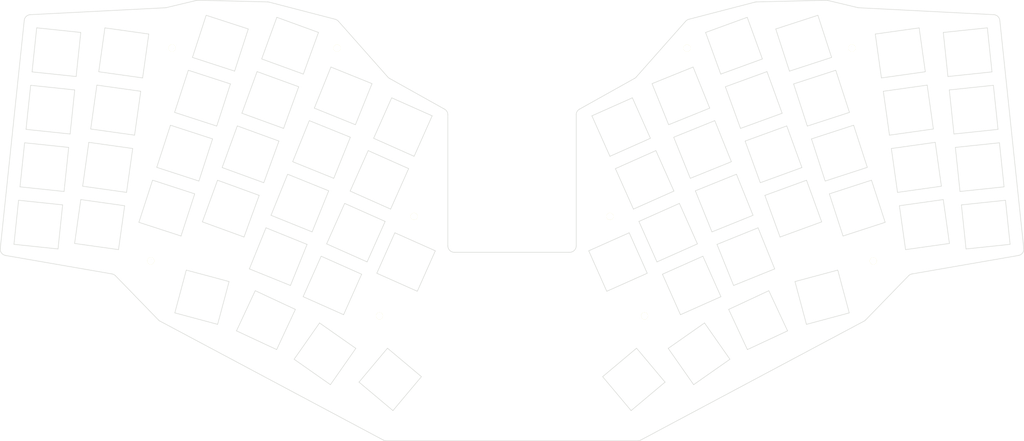
<source format=kicad_pcb>

            
(kicad_pcb (version 20171130) (host pcbnew 5.1.6)

  (page A3)
  (title_block
    (title SpUnLy58_Plate)
    (rev v1.0.0)
    (company Unknown)
  )

  (general
    (thickness 1.6)
  )

  (layers
    (0 F.Cu signal)
    (31 B.Cu signal)
    (32 B.Adhes user)
    (33 F.Adhes user)
    (34 B.Paste user)
    (35 F.Paste user)
    (36 B.SilkS user)
    (37 F.SilkS user)
    (38 B.Mask user)
    (39 F.Mask user)
    (40 Dwgs.User user)
    (41 Cmts.User user)
    (42 Eco1.User user)
    (43 Eco2.User user)
    (44 Edge.Cuts user)
    (45 Margin user)
    (46 B.CrtYd user)
    (47 F.CrtYd user)
    (48 B.Fab user)
    (49 F.Fab user)
  )

  (setup
    (last_trace_width 0.25)
    (trace_clearance 0.2)
    (zone_clearance 0.508)
    (zone_45_only no)
    (trace_min 0.2)
    (via_size 0.8)
    (via_drill 0.4)
    (via_min_size 0.4)
    (via_min_drill 0.3)
    (uvia_size 0.3)
    (uvia_drill 0.1)
    (uvias_allowed no)
    (uvia_min_size 0.2)
    (uvia_min_drill 0.1)
    (edge_width 0.05)
    (segment_width 0.2)
    (pcb_text_width 0.3)
    (pcb_text_size 1.5 1.5)
    (mod_edge_width 0.12)
    (mod_text_size 1 1)
    (mod_text_width 0.15)
    (pad_size 1.524 1.524)
    (pad_drill 0.762)
    (pad_to_mask_clearance 0.05)
    (aux_axis_origin 0 0)
    (visible_elements FFFFFF7F)
    (pcbplotparams
      (layerselection 0x010fc_ffffffff)
      (usegerberextensions false)
      (usegerberattributes true)
      (usegerberadvancedattributes true)
      (creategerberjobfile true)
      (excludeedgelayer true)
      (linewidth 0.100000)
      (plotframeref false)
      (viasonmask false)
      (mode 1)
      (useauxorigin false)
      (hpglpennumber 1)
      (hpglpenspeed 20)
      (hpglpendiameter 15.000000)
      (psnegative false)
      (psa4output false)
      (plotreference true)
      (plotvalue true)
      (plotinvisibletext false)
      (padsonsilk false)
      (subtractmaskfromsilk false)
      (outputformat 1)
      (mirror false)
      (drillshape 1)
      (scaleselection 1)
      (outputdirectory ""))
  )

            (net 0 "")
            
  (net_class Default "This is the default net class."
    (clearance 0.2)
    (trace_width 0.25)
    (via_dia 0.8)
    (via_drill 0.4)
    (uvia_dia 0.3)
    (uvia_drill 0.1)
    (add_net "")
  )

            
      (module HOLE_M2 (layer F.Cu) (tedit 5AB4F321) 
      (at 103.1885627 77.1667636 -13)   
      

      (fp_text reference "_1" (at 0 0) (layer Eco2.User) hide (effects (font (size 0.29972 0.29972) (thickness 0.07493))))
      (fp_text value VAL** (at 0 1.75) (layer Eco2.User) hide (effects (font (size 0.29972 0.29972) (thickness 0.07493))))
      (pad "" np_thru_hole circle (at 0 0) (size 2.2 2.2) (drill 2.2) (layers *.Cu *.Mask F.SilkS) (clearance 0.8)))
    

      (module HOLE_M2 (layer F.Cu) (tedit 5AB4F321) 
      (at 314.94312190000005 77.1667636 13)   
      

      (fp_text reference "_2" (at 0 0) (layer Eco2.User) hide (effects (font (size 0.29972 0.29972) (thickness 0.07493))))
      (fp_text value VAL** (at 0 1.75) (layer Eco2.User) hide (effects (font (size 0.29972 0.29972) (thickness 0.07493))))
      (pad "" np_thru_hole circle (at 0 0) (size 2.2 2.2) (drill 2.2) (layers *.Cu *.Mask F.SilkS) (clearance 0.8)))
    

      (module HOLE_M2 (layer F.Cu) (tedit 5AB4F321) 
      (at 154.56584230000004 77.1847683 0)   
      

      (fp_text reference "_3" (at 0 0) (layer Eco2.User) hide (effects (font (size 0.29972 0.29972) (thickness 0.07493))))
      (fp_text value VAL** (at 0 1.75) (layer Eco2.User) hide (effects (font (size 0.29972 0.29972) (thickness 0.07493))))
      (pad "" np_thru_hole circle (at 0 0) (size 2.2 2.2) (drill 2.2) (layers *.Cu *.Mask F.SilkS) (clearance 0.8)))
    

      (module HOLE_M2 (layer F.Cu) (tedit 5AB4F321) 
      (at 263.56584230000004 77.1847683 0)   
      

      (fp_text reference "_4" (at 0 0) (layer Eco2.User) hide (effects (font (size 0.29972 0.29972) (thickness 0.07493))))
      (fp_text value VAL** (at 0 1.75) (layer Eco2.User) hide (effects (font (size 0.29972 0.29972) (thickness 0.07493))))
      (pad "" np_thru_hole circle (at 0 0) (size 2.2 2.2) (drill 2.2) (layers *.Cu *.Mask F.SilkS) (clearance 0.8)))
    

      (module HOLE_M2 (layer F.Cu) (tedit 5AB4F321) 
      (at 96.56007245 143.4615724 -11.5)   
      

      (fp_text reference "_5" (at 0 0) (layer Eco2.User) hide (effects (font (size 0.29972 0.29972) (thickness 0.07493))))
      (fp_text value VAL** (at 0 1.75) (layer Eco2.User) hide (effects (font (size 0.29972 0.29972) (thickness 0.07493))))
      (pad "" np_thru_hole circle (at 0 0) (size 2.2 2.2) (drill 2.2) (layers *.Cu *.Mask F.SilkS) (clearance 0.8)))
    

      (module HOLE_M2 (layer F.Cu) (tedit 5AB4F321) 
      (at 321.57161215 143.4615724 11.5)   
      

      (fp_text reference "_6" (at 0 0) (layer Eco2.User) hide (effects (font (size 0.29972 0.29972) (thickness 0.07493))))
      (fp_text value VAL** (at 0 1.75) (layer Eco2.User) hide (effects (font (size 0.29972 0.29972) (thickness 0.07493))))
      (pad "" np_thru_hole circle (at 0 0) (size 2.2 2.2) (drill 2.2) (layers *.Cu *.Mask F.SilkS) (clearance 0.8)))
    

      (module HOLE_M2 (layer F.Cu) (tedit 5AB4F321) 
      (at 167.7893567 160.56691995 -29.5)   
      

      (fp_text reference "_7" (at 0 0) (layer Eco2.User) hide (effects (font (size 0.29972 0.29972) (thickness 0.07493))))
      (fp_text value VAL** (at 0 1.75) (layer Eco2.User) hide (effects (font (size 0.29972 0.29972) (thickness 0.07493))))
      (pad "" np_thru_hole circle (at 0 0) (size 2.2 2.2) (drill 2.2) (layers *.Cu *.Mask F.SilkS) (clearance 0.8)))
    

      (module HOLE_M2 (layer F.Cu) (tedit 5AB4F321) 
      (at 250.34232790000002 160.56691995 29.5)   
      

      (fp_text reference "_8" (at 0 0) (layer Eco2.User) hide (effects (font (size 0.29972 0.29972) (thickness 0.07493))))
      (fp_text value VAL** (at 0 1.75) (layer Eco2.User) hide (effects (font (size 0.29972 0.29972) (thickness 0.07493))))
      (pad "" np_thru_hole circle (at 0 0) (size 2.2 2.2) (drill 2.2) (layers *.Cu *.Mask F.SilkS) (clearance 0.8)))
    

      (module HOLE_M2 (layer F.Cu) (tedit 5AB4F321) 
      (at 178.56274620000002 129.5969968 -24)   
      

      (fp_text reference "_9" (at 0 0) (layer Eco2.User) hide (effects (font (size 0.29972 0.29972) (thickness 0.07493))))
      (fp_text value VAL** (at 0 1.75) (layer Eco2.User) hide (effects (font (size 0.29972 0.29972) (thickness 0.07493))))
      (pad "" np_thru_hole circle (at 0 0) (size 2.2 2.2) (drill 2.2) (layers *.Cu *.Mask F.SilkS) (clearance 0.8)))
    

      (module HOLE_M2 (layer F.Cu) (tedit 5AB4F321) 
      (at 239.5689384 129.5969968 24)   
      

      (fp_text reference "_10" (at 0 0) (layer Eco2.User) hide (effects (font (size 0.29972 0.29972) (thickness 0.07493))))
      (fp_text value VAL** (at 0 1.75) (layer Eco2.User) hide (effects (font (size 0.29972 0.29972) (thickness 0.07493))))
      (pad "" np_thru_hole circle (at 0 0) (size 2.2 2.2) (drill 2.2) (layers *.Cu *.Mask F.SilkS) (clearance 0.8)))
    
            (gr_line (start 49.681292649351875 139.58749786879048) (end 57.14665582114244 68.55931232176351) (angle 90) (layer Edge.Cuts) (width 0.15))
(gr_line (start 59.03347921100808 66.77098332577512) (end 101.0444617078952 64.620984718302) (angle 90) (layer Edge.Cuts) (width 0.15))
(gr_line (start 101.40738870815643 64.56875632340632) (end 110.76362259410331 62.33139112373312) (angle 90) (layer Edge.Cuts) (width 0.15))
(gr_line (start 111.2769949917509 62.277130221264414) (end 132.9639255511618 62.80020900097959) (angle 90) (layer Edge.Cuts) (width 0.15))
(gr_line (start 133.41806152920145 62.86374699713913) (end 153.99560037912428 68.20361800735463) (angle 90) (layer Edge.Cuts) (width 0.15))
(gr_line (start 154.9905947538047 68.81363015761197) (end 170.38296526227657 86.19684078268078) (angle 90) (layer Edge.Cuts) (width 0.15))
(gr_line (start 170.9045552126442 86.61679082662901) (end 188.05378180000002 96.20176374564534) (angle 90) (layer Edge.Cuts) (width 0.15))
(gr_line (start 189.0780164 97.94758214564534) (end 189.0780164 138.7742246) (angle 90) (layer Edge.Cuts) (width 0.15))
(gr_line (start 191.0780164 140.7742246) (end 227.05366820000003 140.7742246) (angle 90) (layer Edge.Cuts) (width 0.15))
(gr_line (start 229.05366820000003 138.7742246) (end 229.05366820000003 97.9475821456453) (angle 90) (layer Edge.Cuts) (width 0.15))
(gr_line (start 230.07790280000003 96.20176374564534) (end 247.2271293873558 86.61679082662903) (angle 90) (layer Edge.Cuts) (width 0.15))
(gr_line (start 247.7487193377234 86.19684078268091) (end 263.14108984619537 68.81363015761195) (angle 90) (layer Edge.Cuts) (width 0.15))
(gr_line (start 264.1360842208758 68.2036180073546) (end 284.7136230707985 62.86374699713913) (angle 90) (layer Edge.Cuts) (width 0.15))
(gr_line (start 285.16775904883815 62.80020900097959) (end 306.8546896082491 62.27713022126442) (angle 90) (layer Edge.Cuts) (width 0.15))
(gr_line (start 307.36806200589666 62.3313911237331) (end 316.72429589184355 64.56875632340632) (angle 90) (layer Edge.Cuts) (width 0.15))
(gr_line (start 317.0872228921049 64.620984718302) (end 359.09820538899186 66.77098332577512) (angle 90) (layer Edge.Cuts) (width 0.15))
(gr_line (start 360.98502877885755 68.55931232176363) (end 368.4503919506481 139.5874978687907) (angle 90) (layer Edge.Cuts) (width 0.15))
(gr_line (start 366.8031131610436 141.7671376676979) (end 333.65363261821113 147.51636654458372) (angle 90) (layer Edge.Cuts) (width 0.15))
(gr_line (start 332.5610738182111 148.0931361445837) (end 319.2003817056295 161.8421509980949) (angle 90) (layer Edge.Cuts) (width 0.15))
(gr_line (start 318.70629216922333 162.21354591748647) (end 249.14322424372034 199.26616331939172) (angle 90) (layer Edge.Cuts) (width 0.15))
(gr_line (start 248.20298998012652 199.50095520000002) (end 169.92869461987348 199.50095520000002) (angle 90) (layer Edge.Cuts) (width 0.15))
(gr_line (start 168.9884603562797 199.2661633193917) (end 99.42539243077671 162.2135459174865) (angle 90) (layer Edge.Cuts) (width 0.15))
(gr_line (start 98.93130289437045 161.84215099809478) (end 85.57061078178889 148.0931361445837) (angle 90) (layer Edge.Cuts) (width 0.15))
(gr_line (start 84.47805198178891 147.51636654458375) (end 51.32857143895629 141.7671376676979) (angle 90) (layer Edge.Cuts) (width 0.15))
(gr_arc (start 59.13569961074685 68.7683693206709) (end 59.03347921074685 66.7709833206709) (angle -81.07032267320267) (layer Edge.Cuts) (width 0.15))
(gr_arc (start 100.94224130815643 62.623598723406324) (end 101.04446170815642 64.62098472340632) (angle -10.518968137123409) (layer Edge.Cuts) (width 0.15))
(gr_arc (start 111.22876999410332 64.27654872373311) (end 111.27699499410332 62.27713022373312) (angle -14.830321724566375) (layer Edge.Cuts) (width 0.15))
(gr_arc (start 132.9157005535142 64.79962750344828) (end 133.4180615535142 62.863747003448275) (angle -13.165700253772485) (layer Edge.Cuts) (width 0.15))
(gr_arc (start 153.49323940343706 70.13949851366378) (end 154.99059480343706 68.81363011366378) (angle -33.92858538660985) (layer Edge.Cuts) (width 0.15))
(gr_arc (start 171.8803206126442 84.870972426629) (end 170.3829652126442 86.196840826629) (angle -19.274451634129946) (layer Edge.Cuts) (width 0.15))
(gr_arc (start 187.0780164 97.94758214564534) (end 189.0780164 97.94758214564534) (angle -60.798487667761336) (layer Edge.Cuts) (width 0.15))
(gr_arc (start 191.0780164 138.7742246) (end 189.0780164 138.7742246) (angle -90) (layer Edge.Cuts) (width 0.15))
(gr_arc (start 227.05366820000003 138.7742246) (end 227.05366820000003 140.7742246) (angle -90) (layer Edge.Cuts) (width 0.15))
(gr_arc (start 231.05366820000003 97.9475821456453) (end 230.07790280000003 96.2017637456453) (angle -60.798487667761464) (layer Edge.Cuts) (width 0.15))
(gr_arc (start 246.2513639873558 84.87097242662907) (end 247.2271293873558 86.61679082662907) (angle -19.274451634127388) (layer Edge.Cuts) (width 0.15))
(gr_arc (start 264.638445196563 70.1394985136638) (end 264.136084196563 68.2036180136638) (angle -33.928585386609555) (layer Edge.Cuts) (width 0.15))
(gr_arc (start 285.21598404648574 64.79962750344829) (end 285.16775904648574 62.800209003448295) (angle -13.165700253771604) (layer Edge.Cuts) (width 0.15))
(gr_arc (start 306.9029146058967 64.27654872373311) (end 307.36806200589666 62.33139112373311) (angle -14.830321724565835) (layer Edge.Cuts) (width 0.15))
(gr_arc (start 317.1894432918436 62.623598723406346) (end 316.7242958918436 64.56875632340635) (angle -10.518968137126024) (layer Edge.Cuts) (width 0.15))
(gr_arc (start 358.99598498925315 68.76836932067079) (end 360.98502878925314 68.55931232067078) (angle -81.07032267321057) (layer Edge.Cuts) (width 0.15))
(gr_arc (start 366.46134816104365 139.79655486769798) (end 366.80311316104365 141.76713766769797) (angle -86.1608685008258) (layer Edge.Cuts) (width 0.15))
(gr_arc (start 333.99539761821114 149.4869493445837) (end 333.65363261821113 147.51636654458372) (angle -35.981522463722015) (layer Edge.Cuts) (width 0.15))
(gr_arc (start 317.76605790562957 160.44833779809477) (end 318.7062921056296 162.21354589809476) (angle -17.77875661563843) (layer Edge.Cuts) (width 0.15))
(gr_arc (start 248.20298998012652 197.50095520000002) (end 248.20298998012652 199.50095520000002) (angle -28.04189941259341) (layer Edge.Cuts) (width 0.15))
(gr_arc (start 169.92869461987348 197.50095520000002) (end 168.9884604198735 199.26616330000002) (angle -28.04189941259304) (layer Edge.Cuts) (width 0.15))
(gr_arc (start 100.36562669437045 160.4483377980948) (end 98.93130289437045 161.8421509980948) (angle -17.778756615642976) (layer Edge.Cuts) (width 0.15))
(gr_arc (start 84.1362869817889 149.4869493445837) (end 85.5706107817889 148.0931361445837) (angle -35.9815224637213) (layer Edge.Cuts) (width 0.15))
(gr_arc (start 51.670336438956284 139.7965548676979) (end 49.681292638956286 139.5874978676979) (angle -86.16086850082922) (layer Edge.Cuts) (width 0.15))
(gr_line (start 53.9396367 138.2958264) (end 67.66403890000001 139.7383192) (angle 90) (layer Edge.Cuts) (width 0.15))
(gr_line (start 67.66403890000001 139.7383192) (end 69.1065317 126.013917) (angle 90) (layer Edge.Cuts) (width 0.15))
(gr_line (start 69.1065317 126.013917) (end 55.382129500000005 124.57142420000001) (angle 90) (layer Edge.Cuts) (width 0.15))
(gr_line (start 55.382129500000005 124.57142420000001) (end 53.9396367 138.2958264) (angle 90) (layer Edge.Cuts) (width 0.15))
(gr_line (start 55.8211491 120.39443220000001) (end 69.5455513 121.83692500000001) (angle 90) (layer Edge.Cuts) (width 0.15))
(gr_line (start 69.5455513 121.83692500000001) (end 70.9880441 108.11252280000001) (angle 90) (layer Edge.Cuts) (width 0.15))
(gr_line (start 70.9880441 108.11252280000001) (end 57.263641899999996 106.67003000000001) (angle 90) (layer Edge.Cuts) (width 0.15))
(gr_line (start 57.263641899999996 106.67003000000001) (end 55.8211491 120.39443220000001) (angle 90) (layer Edge.Cuts) (width 0.15))
(gr_line (start 57.702661400000004 102.4930381) (end 71.4270636 103.9355309) (angle 90) (layer Edge.Cuts) (width 0.15))
(gr_line (start 71.4270636 103.9355309) (end 72.86955640000001 90.2111287) (angle 90) (layer Edge.Cuts) (width 0.15))
(gr_line (start 72.86955640000001 90.2111287) (end 59.14515420000001 88.7686359) (angle 90) (layer Edge.Cuts) (width 0.15))
(gr_line (start 59.14515420000001 88.7686359) (end 57.702661400000004 102.4930381) (angle 90) (layer Edge.Cuts) (width 0.15))
(gr_line (start 59.584173799999995 84.591644) (end 73.30857599999999 86.0341368) (angle 90) (layer Edge.Cuts) (width 0.15))
(gr_line (start 73.30857599999999 86.0341368) (end 74.7510688 72.3097346) (angle 90) (layer Edge.Cuts) (width 0.15))
(gr_line (start 74.7510688 72.3097346) (end 61.0266666 70.8672418) (angle 90) (layer Edge.Cuts) (width 0.15))
(gr_line (start 61.0266666 70.8672418) (end 59.584173799999995 84.591644) (angle 90) (layer Edge.Cuts) (width 0.15))
(gr_line (start 72.8349131 138.024424) (end 86.50061249999999 139.9450128) (angle 90) (layer Edge.Cuts) (width 0.15))
(gr_line (start 86.50061249999999 139.9450128) (end 88.42120129999999 126.2793134) (angle 90) (layer Edge.Cuts) (width 0.15))
(gr_line (start 88.42120129999999 126.2793134) (end 74.7555019 124.3587246) (angle 90) (layer Edge.Cuts) (width 0.15))
(gr_line (start 74.7555019 124.3587246) (end 72.8349131 138.024424) (angle 90) (layer Edge.Cuts) (width 0.15))
(gr_line (start 75.3400289 120.1995987) (end 89.00572829999999 122.1201875) (angle 90) (layer Edge.Cuts) (width 0.15))
(gr_line (start 89.00572829999999 122.1201875) (end 90.92631709999999 108.45448809999999) (angle 90) (layer Edge.Cuts) (width 0.15))
(gr_line (start 90.92631709999999 108.45448809999999) (end 77.2606177 106.5338993) (angle 90) (layer Edge.Cuts) (width 0.15))
(gr_line (start 77.2606177 106.5338993) (end 75.3400289 120.1995987) (angle 90) (layer Edge.Cuts) (width 0.15))
(gr_line (start 77.8451446 102.3747735) (end 91.51084399999999 104.29536230000001) (angle 90) (layer Edge.Cuts) (width 0.15))
(gr_line (start 91.51084399999999 104.29536230000001) (end 93.4314328 90.6296629) (angle 90) (layer Edge.Cuts) (width 0.15))
(gr_line (start 93.4314328 90.6296629) (end 79.7657334 88.70907410000001) (angle 90) (layer Edge.Cuts) (width 0.15))
(gr_line (start 79.7657334 88.70907410000001) (end 77.8451446 102.3747735) (angle 90) (layer Edge.Cuts) (width 0.15))
(gr_line (start 80.3502604 84.5499482) (end 94.01595979999999 86.47053700000001) (angle 90) (layer Edge.Cuts) (width 0.15))
(gr_line (start 94.01595979999999 86.47053700000001) (end 95.9365486 72.80483760000001) (angle 90) (layer Edge.Cuts) (width 0.15))
(gr_line (start 95.9365486 72.80483760000001) (end 82.2708492 70.88424880000001) (angle 90) (layer Edge.Cuts) (width 0.15))
(gr_line (start 82.2708492 70.88424880000001) (end 80.3502604 84.5499482) (angle 90) (layer Edge.Cuts) (width 0.15))
(gr_line (start 92.8522962 131.4432588) (end 105.9768761 135.7076933) (angle 90) (layer Edge.Cuts) (width 0.15))
(gr_line (start 105.9768761 135.7076933) (end 110.24131059999999 122.58311339999999) (angle 90) (layer Edge.Cuts) (width 0.15))
(gr_line (start 110.24131059999999 122.58311339999999) (end 97.11673069999999 118.3186789) (angle 90) (layer Edge.Cuts) (width 0.15))
(gr_line (start 97.11673069999999 118.3186789) (end 92.8522962 131.4432588) (angle 90) (layer Edge.Cuts) (width 0.15))
(gr_line (start 98.414602 114.32424150000001) (end 111.5391819 118.588676) (angle 90) (layer Edge.Cuts) (width 0.15))
(gr_line (start 111.5391819 118.588676) (end 115.8036164 105.4640961) (angle 90) (layer Edge.Cuts) (width 0.15))
(gr_line (start 115.8036164 105.4640961) (end 102.6790365 101.19966160000001) (angle 90) (layer Edge.Cuts) (width 0.15))
(gr_line (start 102.6790365 101.19966160000001) (end 98.414602 114.32424150000001) (angle 90) (layer Edge.Cuts) (width 0.15))
(gr_line (start 103.9769079 97.20522430000001) (end 117.1014878 101.4696588) (angle 90) (layer Edge.Cuts) (width 0.15))
(gr_line (start 117.1014878 101.4696588) (end 121.3659223 88.3450789) (angle 90) (layer Edge.Cuts) (width 0.15))
(gr_line (start 121.3659223 88.3450789) (end 108.2413424 84.08064440000001) (angle 90) (layer Edge.Cuts) (width 0.15))
(gr_line (start 108.2413424 84.08064440000001) (end 103.9769079 97.20522430000001) (angle 90) (layer Edge.Cuts) (width 0.15))
(gr_line (start 109.53921369999999 80.08620700000002) (end 122.66379359999999 84.35064150000001) (angle 90) (layer Edge.Cuts) (width 0.15))
(gr_line (start 122.66379359999999 84.35064150000001) (end 126.92822809999998 71.22606160000001) (angle 90) (layer Edge.Cuts) (width 0.15))
(gr_line (start 126.92822809999998 71.22606160000001) (end 113.80364819999998 66.96162710000002) (angle 90) (layer Edge.Cuts) (width 0.15))
(gr_line (start 113.80364819999998 66.96162710000002) (end 109.53921369999999 80.08620700000002) (angle 90) (layer Edge.Cuts) (width 0.15))
(gr_line (start 112.6271611 131.30211) (end 125.5949193 136.021988) (angle 90) (layer Edge.Cuts) (width 0.15))
(gr_line (start 125.5949193 136.021988) (end 130.3147973 123.0542298) (angle 90) (layer Edge.Cuts) (width 0.15))
(gr_line (start 130.3147973 123.0542298) (end 117.34703909999999 118.33435180000001) (angle 90) (layer Edge.Cuts) (width 0.15))
(gr_line (start 117.34703909999999 118.33435180000001) (end 112.6271611 131.30211) (angle 90) (layer Edge.Cuts) (width 0.15))
(gr_line (start 118.7835236 114.38764280000001) (end 131.7512818 119.1075208) (angle 90) (layer Edge.Cuts) (width 0.15))
(gr_line (start 131.7512818 119.1075208) (end 136.4711598 106.1397626) (angle 90) (layer Edge.Cuts) (width 0.15))
(gr_line (start 136.4711598 106.1397626) (end 123.50340159999999 101.4198846) (angle 90) (layer Edge.Cuts) (width 0.15))
(gr_line (start 123.50340159999999 101.4198846) (end 118.7835236 114.38764280000001) (angle 90) (layer Edge.Cuts) (width 0.15))
(gr_line (start 124.9398862 97.47317560000002) (end 137.9076444 102.19305360000001) (angle 90) (layer Edge.Cuts) (width 0.15))
(gr_line (start 137.9076444 102.19305360000001) (end 142.6275224 89.22529540000001) (angle 90) (layer Edge.Cuts) (width 0.15))
(gr_line (start 142.6275224 89.22529540000001) (end 129.6597642 84.50541740000001) (angle 90) (layer Edge.Cuts) (width 0.15))
(gr_line (start 129.6597642 84.50541740000001) (end 124.9398862 97.47317560000002) (angle 90) (layer Edge.Cuts) (width 0.15))
(gr_line (start 131.0962488 80.5587084) (end 144.064007 85.27858640000001) (angle 90) (layer Edge.Cuts) (width 0.15))
(gr_line (start 144.064007 85.27858640000001) (end 148.783885 72.3108282) (angle 90) (layer Edge.Cuts) (width 0.15))
(gr_line (start 148.783885 72.3108282) (end 135.8161268 67.59095020000001) (angle 90) (layer Edge.Cuts) (width 0.15))
(gr_line (start 135.8161268 67.59095020000001) (end 131.0962488 80.5587084) (angle 90) (layer Edge.Cuts) (width 0.15))
(gr_line (start 127.26460349999999 145.94656940000002) (end 140.0597407 151.1161404) (angle 90) (layer Edge.Cuts) (width 0.15))
(gr_line (start 140.0597407 151.1161404) (end 145.22931169999998 138.3210032) (angle 90) (layer Edge.Cuts) (width 0.15))
(gr_line (start 145.22931169999998 138.3210032) (end 132.43417449999998 133.1514322) (angle 90) (layer Edge.Cuts) (width 0.15))
(gr_line (start 132.43417449999998 133.1514322) (end 127.26460349999999 145.94656940000002) (angle 90) (layer Edge.Cuts) (width 0.15))
(gr_line (start 134.00752219999998 129.25726) (end 146.80265939999998 134.426831) (angle 90) (layer Edge.Cuts) (width 0.15))
(gr_line (start 146.80265939999998 134.426831) (end 151.9722304 121.6316938) (angle 90) (layer Edge.Cuts) (width 0.15))
(gr_line (start 151.9722304 121.6316938) (end 139.17709319999997 116.46212279999999) (angle 90) (layer Edge.Cuts) (width 0.15))
(gr_line (start 139.17709319999997 116.46212279999999) (end 134.00752219999998 129.25726) (angle 90) (layer Edge.Cuts) (width 0.15))
(gr_line (start 140.7504409 112.5679506) (end 153.5455781 117.73752160000001) (angle 90) (layer Edge.Cuts) (width 0.15))
(gr_line (start 153.5455781 117.73752160000001) (end 158.71514910000002 104.94238440000001) (angle 90) (layer Edge.Cuts) (width 0.15))
(gr_line (start 158.71514910000002 104.94238440000001) (end 145.9200119 99.7728134) (angle 90) (layer Edge.Cuts) (width 0.15))
(gr_line (start 145.9200119 99.7728134) (end 140.7504409 112.5679506) (angle 90) (layer Edge.Cuts) (width 0.15))
(gr_line (start 147.4933596 95.8786413) (end 160.2884968 101.0482123) (angle 90) (layer Edge.Cuts) (width 0.15))
(gr_line (start 160.2884968 101.0482123) (end 165.45806779999998 88.2530751) (angle 90) (layer Edge.Cuts) (width 0.15))
(gr_line (start 165.45806779999998 88.2530751) (end 152.66293059999998 83.0835041) (angle 90) (layer Edge.Cuts) (width 0.15))
(gr_line (start 152.66293059999998 83.0835041) (end 147.4933596 95.8786413) (angle 90) (layer Edge.Cuts) (width 0.15))
(gr_line (start 144.00429119999998 154.6026601) (end 156.61121849999998 160.2156258) (angle 90) (layer Edge.Cuts) (width 0.15))
(gr_line (start 156.61121849999998 160.2156258) (end 162.22418419999997 147.6086985) (angle 90) (layer Edge.Cuts) (width 0.15))
(gr_line (start 162.22418419999997 147.6086985) (end 149.61725689999997 141.99573279999998) (angle 90) (layer Edge.Cuts) (width 0.15))
(gr_line (start 149.61725689999997 141.99573279999998) (end 144.00429119999998 154.6026601) (angle 90) (layer Edge.Cuts) (width 0.15))
(gr_line (start 151.32555069999998 138.1588418) (end 163.93247799999997 143.7718075) (angle 90) (layer Edge.Cuts) (width 0.15))
(gr_line (start 163.93247799999997 143.7718075) (end 169.54544369999996 131.1648802) (angle 90) (layer Edge.Cuts) (width 0.15))
(gr_line (start 169.54544369999996 131.1648802) (end 156.93851639999997 125.5519145) (angle 90) (layer Edge.Cuts) (width 0.15))
(gr_line (start 156.93851639999997 125.5519145) (end 151.32555069999998 138.1588418) (angle 90) (layer Edge.Cuts) (width 0.15))
(gr_line (start 158.6468103 121.71502360000001) (end 171.2537376 127.32798930000001) (angle 90) (layer Edge.Cuts) (width 0.15))
(gr_line (start 171.2537376 127.32798930000001) (end 176.86670329999998 114.72106200000002) (angle 90) (layer Edge.Cuts) (width 0.15))
(gr_line (start 176.86670329999998 114.72106200000002) (end 164.259776 109.10809630000001) (angle 90) (layer Edge.Cuts) (width 0.15))
(gr_line (start 164.259776 109.10809630000001) (end 158.6468103 121.71502360000001) (angle 90) (layer Edge.Cuts) (width 0.15))
(gr_line (start 165.9680699 105.2712054) (end 178.57499719999998 110.8841711) (angle 90) (layer Edge.Cuts) (width 0.15))
(gr_line (start 178.57499719999998 110.8841711) (end 184.1879629 98.27724380000001) (angle 90) (layer Edge.Cuts) (width 0.15))
(gr_line (start 184.1879629 98.27724380000001) (end 171.58103559999998 92.6642781) (angle 90) (layer Edge.Cuts) (width 0.15))
(gr_line (start 171.58103559999998 92.6642781) (end 165.9680699 105.2712054) (angle 90) (layer Edge.Cuts) (width 0.15))
(gr_line (start 166.9558958 147.30719230000003) (end 179.5628231 152.92015800000001) (angle 90) (layer Edge.Cuts) (width 0.15))
(gr_line (start 179.5628231 152.92015800000001) (end 185.17578880000002 140.31323070000002) (angle 90) (layer Edge.Cuts) (width 0.15))
(gr_line (start 185.17578880000002 140.31323070000002) (end 172.5688615 134.700265) (angle 90) (layer Edge.Cuts) (width 0.15))
(gr_line (start 172.5688615 134.700265) (end 166.9558958 147.30719230000003) (angle 90) (layer Edge.Cuts) (width 0.15))
(gr_line (start 104.0413481 159.6503129) (end 117.3711245 163.2220157) (angle 90) (layer Edge.Cuts) (width 0.15))
(gr_line (start 117.3711245 163.2220157) (end 120.94282729999999 149.8922393) (angle 90) (layer Edge.Cuts) (width 0.15))
(gr_line (start 120.94282729999999 149.8922393) (end 107.61305089999999 146.3205365) (angle 90) (layer Edge.Cuts) (width 0.15))
(gr_line (start 107.61305089999999 146.3205365) (end 104.0413481 159.6503129) (angle 90) (layer Edge.Cuts) (width 0.15))
(gr_line (start 123.25224139999999 165.24663070000003) (end 135.75928879999998 171.07876270000003) (angle 90) (layer Edge.Cuts) (width 0.15))
(gr_line (start 135.75928879999998 171.07876270000003) (end 141.59142079999998 158.57171530000002) (angle 90) (layer Edge.Cuts) (width 0.15))
(gr_line (start 141.59142079999998 158.57171530000002) (end 129.08437339999998 152.73958330000002) (angle 90) (layer Edge.Cuts) (width 0.15))
(gr_line (start 129.08437339999998 152.73958330000002) (end 123.25224139999999 165.24663070000003) (angle 90) (layer Edge.Cuts) (width 0.15))
(gr_line (start 141.1994876 174.0938645) (end 152.5037858 182.00921929999998) (angle 90) (layer Edge.Cuts) (width 0.15))
(gr_line (start 152.5037858 182.00921929999998) (end 160.4191406 170.70492109999998) (angle 90) (layer Edge.Cuts) (width 0.15))
(gr_line (start 160.4191406 170.70492109999998) (end 149.1148424 162.7895663) (angle 90) (layer Edge.Cuts) (width 0.15))
(gr_line (start 149.1148424 162.7895663) (end 141.1994876 174.0938645) (angle 90) (layer Edge.Cuts) (width 0.15))
(gr_line (start 170.27620549999997 170.6441503) (end 161.4057365 181.21556370000002) (angle 90) (layer Edge.Cuts) (width 0.15))
(gr_line (start 161.4057365 181.21556370000002) (end 171.97714989999997 190.0860327) (angle 90) (layer Edge.Cuts) (width 0.15))
(gr_line (start 171.97714989999997 190.0860327) (end 180.8476189 179.51461930000002) (angle 90) (layer Edge.Cuts) (width 0.15))
(gr_line (start 180.8476189 179.51461930000002) (end 170.27620549999997 170.6441503) (angle 90) (layer Edge.Cuts) (width 0.15))
(gr_line (start 350.46764570000005 139.7383192) (end 364.19204790000003 138.2958264) (angle 90) (layer Edge.Cuts) (width 0.15))
(gr_line (start 364.19204790000003 138.2958264) (end 362.7495551 124.57142420000001) (angle 90) (layer Edge.Cuts) (width 0.15))
(gr_line (start 362.7495551 124.57142420000001) (end 349.0251529 126.013917) (angle 90) (layer Edge.Cuts) (width 0.15))
(gr_line (start 349.0251529 126.013917) (end 350.46764570000005 139.7383192) (angle 90) (layer Edge.Cuts) (width 0.15))
(gr_line (start 348.5861333000001 121.83692500000001) (end 362.31053550000007 120.39443220000001) (angle 90) (layer Edge.Cuts) (width 0.15))
(gr_line (start 362.31053550000007 120.39443220000001) (end 360.86804270000005 106.67003000000001) (angle 90) (layer Edge.Cuts) (width 0.15))
(gr_line (start 360.86804270000005 106.67003000000001) (end 347.14364050000006 108.11252280000001) (angle 90) (layer Edge.Cuts) (width 0.15))
(gr_line (start 347.14364050000006 108.11252280000001) (end 348.5861333000001 121.83692500000001) (angle 90) (layer Edge.Cuts) (width 0.15))
(gr_line (start 346.7046210000001 103.9355309) (end 360.4290232000001 102.4930381) (angle 90) (layer Edge.Cuts) (width 0.15))
(gr_line (start 360.4290232000001 102.4930381) (end 358.98653040000005 88.7686359) (angle 90) (layer Edge.Cuts) (width 0.15))
(gr_line (start 358.98653040000005 88.7686359) (end 345.26212820000006 90.2111287) (angle 90) (layer Edge.Cuts) (width 0.15))
(gr_line (start 345.26212820000006 90.2111287) (end 346.7046210000001 103.9355309) (angle 90) (layer Edge.Cuts) (width 0.15))
(gr_line (start 344.82310860000007 86.0341368) (end 358.54751080000005 84.591644) (angle 90) (layer Edge.Cuts) (width 0.15))
(gr_line (start 358.54751080000005 84.591644) (end 357.10501800000003 70.8672418) (angle 90) (layer Edge.Cuts) (width 0.15))
(gr_line (start 357.10501800000003 70.8672418) (end 343.38061580000004 72.3097346) (angle 90) (layer Edge.Cuts) (width 0.15))
(gr_line (start 343.38061580000004 72.3097346) (end 344.82310860000007 86.0341368) (angle 90) (layer Edge.Cuts) (width 0.15))
(gr_line (start 331.63107210000004 139.9450128) (end 345.29677150000003 138.024424) (angle 90) (layer Edge.Cuts) (width 0.15))
(gr_line (start 345.29677150000003 138.024424) (end 343.3761827000001 124.3587246) (angle 90) (layer Edge.Cuts) (width 0.15))
(gr_line (start 343.3761827000001 124.3587246) (end 329.7104833000001 126.2793134) (angle 90) (layer Edge.Cuts) (width 0.15))
(gr_line (start 329.7104833000001 126.2793134) (end 331.63107210000004 139.9450128) (angle 90) (layer Edge.Cuts) (width 0.15))
(gr_line (start 329.12595630000004 122.1201875) (end 342.79165570000004 120.1995987) (angle 90) (layer Edge.Cuts) (width 0.15))
(gr_line (start 342.79165570000004 120.1995987) (end 340.8710669000001 106.5338993) (angle 90) (layer Edge.Cuts) (width 0.15))
(gr_line (start 340.8710669000001 106.5338993) (end 327.2053675000001 108.45448809999999) (angle 90) (layer Edge.Cuts) (width 0.15))
(gr_line (start 327.2053675000001 108.45448809999999) (end 329.12595630000004 122.1201875) (angle 90) (layer Edge.Cuts) (width 0.15))
(gr_line (start 326.6208406 104.29536230000001) (end 340.28654 102.3747735) (angle 90) (layer Edge.Cuts) (width 0.15))
(gr_line (start 340.28654 102.3747735) (end 338.36595120000004 88.70907410000001) (angle 90) (layer Edge.Cuts) (width 0.15))
(gr_line (start 338.36595120000004 88.70907410000001) (end 324.70025180000005 90.6296629) (angle 90) (layer Edge.Cuts) (width 0.15))
(gr_line (start 324.70025180000005 90.6296629) (end 326.6208406 104.29536230000001) (angle 90) (layer Edge.Cuts) (width 0.15))
(gr_line (start 324.1157248 86.47053700000001) (end 337.7814242 84.5499482) (angle 90) (layer Edge.Cuts) (width 0.15))
(gr_line (start 337.7814242 84.5499482) (end 335.86083540000004 70.88424880000001) (angle 90) (layer Edge.Cuts) (width 0.15))
(gr_line (start 335.86083540000004 70.88424880000001) (end 322.19513600000005 72.80483760000001) (angle 90) (layer Edge.Cuts) (width 0.15))
(gr_line (start 322.19513600000005 72.80483760000001) (end 324.1157248 86.47053700000001) (angle 90) (layer Edge.Cuts) (width 0.15))
(gr_line (start 312.15480850000006 135.7076933) (end 325.2793884000001 131.4432588) (angle 90) (layer Edge.Cuts) (width 0.15))
(gr_line (start 325.2793884000001 131.4432588) (end 321.0149539000001 118.3186789) (angle 90) (layer Edge.Cuts) (width 0.15))
(gr_line (start 321.0149539000001 118.3186789) (end 307.89037400000007 122.58311339999999) (angle 90) (layer Edge.Cuts) (width 0.15))
(gr_line (start 307.89037400000007 122.58311339999999) (end 312.15480850000006 135.7076933) (angle 90) (layer Edge.Cuts) (width 0.15))
(gr_line (start 306.59250270000007 118.588676) (end 319.7170826000001 114.32424150000001) (angle 90) (layer Edge.Cuts) (width 0.15))
(gr_line (start 319.7170826000001 114.32424150000001) (end 315.4526481000001 101.19966160000001) (angle 90) (layer Edge.Cuts) (width 0.15))
(gr_line (start 315.4526481000001 101.19966160000001) (end 302.3280682000001 105.4640961) (angle 90) (layer Edge.Cuts) (width 0.15))
(gr_line (start 302.3280682000001 105.4640961) (end 306.59250270000007 118.588676) (angle 90) (layer Edge.Cuts) (width 0.15))
(gr_line (start 301.03019680000006 101.4696588) (end 314.15477670000007 97.20522430000001) (angle 90) (layer Edge.Cuts) (width 0.15))
(gr_line (start 314.15477670000007 97.20522430000001) (end 309.8903422000001 84.08064440000001) (angle 90) (layer Edge.Cuts) (width 0.15))
(gr_line (start 309.8903422000001 84.08064440000001) (end 296.76576230000006 88.3450789) (angle 90) (layer Edge.Cuts) (width 0.15))
(gr_line (start 296.76576230000006 88.3450789) (end 301.03019680000006 101.4696588) (angle 90) (layer Edge.Cuts) (width 0.15))
(gr_line (start 295.46789100000007 84.35064150000001) (end 308.5924709000001 80.08620700000002) (angle 90) (layer Edge.Cuts) (width 0.15))
(gr_line (start 308.5924709000001 80.08620700000002) (end 304.3280364000001 66.96162710000002) (angle 90) (layer Edge.Cuts) (width 0.15))
(gr_line (start 304.3280364000001 66.96162710000002) (end 291.2034565000001 71.22606160000001) (angle 90) (layer Edge.Cuts) (width 0.15))
(gr_line (start 291.2034565000001 71.22606160000001) (end 295.46789100000007 84.35064150000001) (angle 90) (layer Edge.Cuts) (width 0.15))
(gr_line (start 292.53676530000007 136.021988) (end 305.50452350000006 131.30211) (angle 90) (layer Edge.Cuts) (width 0.15))
(gr_line (start 305.50452350000006 131.30211) (end 300.78464550000007 118.33435180000001) (angle 90) (layer Edge.Cuts) (width 0.15))
(gr_line (start 300.78464550000007 118.33435180000001) (end 287.8168873000001 123.0542298) (angle 90) (layer Edge.Cuts) (width 0.15))
(gr_line (start 287.8168873000001 123.0542298) (end 292.53676530000007 136.021988) (angle 90) (layer Edge.Cuts) (width 0.15))
(gr_line (start 286.38040280000007 119.1075208) (end 299.34816100000006 114.38764280000001) (angle 90) (layer Edge.Cuts) (width 0.15))
(gr_line (start 299.34816100000006 114.38764280000001) (end 294.62828300000007 101.4198846) (angle 90) (layer Edge.Cuts) (width 0.15))
(gr_line (start 294.62828300000007 101.4198846) (end 281.6605248000001 106.1397626) (angle 90) (layer Edge.Cuts) (width 0.15))
(gr_line (start 281.6605248000001 106.1397626) (end 286.38040280000007 119.1075208) (angle 90) (layer Edge.Cuts) (width 0.15))
(gr_line (start 280.22404020000005 102.19305360000001) (end 293.19179840000004 97.47317560000002) (angle 90) (layer Edge.Cuts) (width 0.15))
(gr_line (start 293.19179840000004 97.47317560000002) (end 288.47192040000004 84.50541740000001) (angle 90) (layer Edge.Cuts) (width 0.15))
(gr_line (start 288.47192040000004 84.50541740000001) (end 275.50416220000005 89.22529540000001) (angle 90) (layer Edge.Cuts) (width 0.15))
(gr_line (start 275.50416220000005 89.22529540000001) (end 280.22404020000005 102.19305360000001) (angle 90) (layer Edge.Cuts) (width 0.15))
(gr_line (start 274.0676776000001 85.27858640000001) (end 287.0354358000001 80.5587084) (angle 90) (layer Edge.Cuts) (width 0.15))
(gr_line (start 287.0354358000001 80.5587084) (end 282.3155578000001 67.59095020000001) (angle 90) (layer Edge.Cuts) (width 0.15))
(gr_line (start 282.3155578000001 67.59095020000001) (end 269.3477996000001 72.3108282) (angle 90) (layer Edge.Cuts) (width 0.15))
(gr_line (start 269.3477996000001 72.3108282) (end 274.0676776000001 85.27858640000001) (angle 90) (layer Edge.Cuts) (width 0.15))
(gr_line (start 278.0719439 151.1161404) (end 290.8670811 145.94656940000002) (angle 90) (layer Edge.Cuts) (width 0.15))
(gr_line (start 290.8670811 145.94656940000002) (end 285.69751010000004 133.1514322) (angle 90) (layer Edge.Cuts) (width 0.15))
(gr_line (start 285.69751010000004 133.1514322) (end 272.90237290000005 138.3210032) (angle 90) (layer Edge.Cuts) (width 0.15))
(gr_line (start 272.90237290000005 138.3210032) (end 278.0719439 151.1161404) (angle 90) (layer Edge.Cuts) (width 0.15))
(gr_line (start 271.32902520000005 134.426831) (end 284.12416240000005 129.25726) (angle 90) (layer Edge.Cuts) (width 0.15))
(gr_line (start 284.12416240000005 129.25726) (end 278.9545914000001 116.46212279999999) (angle 90) (layer Edge.Cuts) (width 0.15))
(gr_line (start 278.9545914000001 116.46212279999999) (end 266.1594542000001 121.6316938) (angle 90) (layer Edge.Cuts) (width 0.15))
(gr_line (start 266.1594542000001 121.6316938) (end 271.32902520000005 134.426831) (angle 90) (layer Edge.Cuts) (width 0.15))
(gr_line (start 264.5861065 117.73752160000001) (end 277.3812437 112.5679506) (angle 90) (layer Edge.Cuts) (width 0.15))
(gr_line (start 277.3812437 112.5679506) (end 272.21167270000007 99.7728134) (angle 90) (layer Edge.Cuts) (width 0.15))
(gr_line (start 272.21167270000007 99.7728134) (end 259.41653550000007 104.94238440000001) (angle 90) (layer Edge.Cuts) (width 0.15))
(gr_line (start 259.41653550000007 104.94238440000001) (end 264.5861065 117.73752160000001) (angle 90) (layer Edge.Cuts) (width 0.15))
(gr_line (start 257.84318780000007 101.0482123) (end 270.63832500000007 95.8786413) (angle 90) (layer Edge.Cuts) (width 0.15))
(gr_line (start 270.63832500000007 95.8786413) (end 265.46875400000005 83.0835041) (angle 90) (layer Edge.Cuts) (width 0.15))
(gr_line (start 265.46875400000005 83.0835041) (end 252.67361680000005 88.2530751) (angle 90) (layer Edge.Cuts) (width 0.15))
(gr_line (start 252.67361680000005 88.2530751) (end 257.84318780000007 101.0482123) (angle 90) (layer Edge.Cuts) (width 0.15))
(gr_line (start 261.5204661000001 160.2156258) (end 274.1273934000001 154.6026601) (angle 90) (layer Edge.Cuts) (width 0.15))
(gr_line (start 274.1273934000001 154.6026601) (end 268.51442770000006 141.99573279999998) (angle 90) (layer Edge.Cuts) (width 0.15))
(gr_line (start 268.51442770000006 141.99573279999998) (end 255.90750040000006 147.6086985) (angle 90) (layer Edge.Cuts) (width 0.15))
(gr_line (start 255.90750040000006 147.6086985) (end 261.5204661000001 160.2156258) (angle 90) (layer Edge.Cuts) (width 0.15))
(gr_line (start 254.19920660000002 143.7718075) (end 266.8061339 138.1588418) (angle 90) (layer Edge.Cuts) (width 0.15))
(gr_line (start 266.8061339 138.1588418) (end 261.19316820000006 125.5519145) (angle 90) (layer Edge.Cuts) (width 0.15))
(gr_line (start 261.19316820000006 125.5519145) (end 248.58624090000004 131.1648802) (angle 90) (layer Edge.Cuts) (width 0.15))
(gr_line (start 248.58624090000004 131.1648802) (end 254.19920660000002 143.7718075) (angle 90) (layer Edge.Cuts) (width 0.15))
(gr_line (start 246.877947 127.32798930000001) (end 259.4848743 121.71502360000001) (angle 90) (layer Edge.Cuts) (width 0.15))
(gr_line (start 259.4848743 121.71502360000001) (end 253.8719086 109.10809630000001) (angle 90) (layer Edge.Cuts) (width 0.15))
(gr_line (start 253.8719086 109.10809630000001) (end 241.26498130000002 114.72106200000002) (angle 90) (layer Edge.Cuts) (width 0.15))
(gr_line (start 241.26498130000002 114.72106200000002) (end 246.877947 127.32798930000001) (angle 90) (layer Edge.Cuts) (width 0.15))
(gr_line (start 239.55668740000002 110.8841711) (end 252.16361470000004 105.2712054) (angle 90) (layer Edge.Cuts) (width 0.15))
(gr_line (start 252.16361470000004 105.2712054) (end 246.55064900000002 92.6642781) (angle 90) (layer Edge.Cuts) (width 0.15))
(gr_line (start 246.55064900000002 92.6642781) (end 233.94372170000003 98.27724380000001) (angle 90) (layer Edge.Cuts) (width 0.15))
(gr_line (start 233.94372170000003 98.27724380000001) (end 239.55668740000002 110.8841711) (angle 90) (layer Edge.Cuts) (width 0.15))
(gr_line (start 238.5688615 152.92015800000001) (end 251.17578880000002 147.30719230000003) (angle 90) (layer Edge.Cuts) (width 0.15))
(gr_line (start 251.17578880000002 147.30719230000003) (end 245.5628231 134.700265) (angle 90) (layer Edge.Cuts) (width 0.15))
(gr_line (start 245.5628231 134.700265) (end 232.9558958 140.31323070000002) (angle 90) (layer Edge.Cuts) (width 0.15))
(gr_line (start 232.9558958 140.31323070000002) (end 238.5688615 152.92015800000001) (angle 90) (layer Edge.Cuts) (width 0.15))
(gr_line (start 300.7605601 163.2220157) (end 314.09033650000003 159.6503129) (angle 90) (layer Edge.Cuts) (width 0.15))
(gr_line (start 314.09033650000003 159.6503129) (end 310.5186337 146.3205365) (angle 90) (layer Edge.Cuts) (width 0.15))
(gr_line (start 310.5186337 146.3205365) (end 297.18885730000005 149.8922393) (angle 90) (layer Edge.Cuts) (width 0.15))
(gr_line (start 297.18885730000005 149.8922393) (end 300.7605601 163.2220157) (angle 90) (layer Edge.Cuts) (width 0.15))
(gr_line (start 282.37239580000005 171.07876270000003) (end 294.8794432 165.24663070000003) (angle 90) (layer Edge.Cuts) (width 0.15))
(gr_line (start 294.8794432 165.24663070000003) (end 289.0473112 152.73958330000002) (angle 90) (layer Edge.Cuts) (width 0.15))
(gr_line (start 289.0473112 152.73958330000002) (end 276.54026380000005 158.57171530000002) (angle 90) (layer Edge.Cuts) (width 0.15))
(gr_line (start 276.54026380000005 158.57171530000002) (end 282.37239580000005 171.07876270000003) (angle 90) (layer Edge.Cuts) (width 0.15))
(gr_line (start 265.6278988000001 182.00921929999998) (end 276.9321970000001 174.0938645) (angle 90) (layer Edge.Cuts) (width 0.15))
(gr_line (start 276.9321970000001 174.0938645) (end 269.01684220000004 162.7895663) (angle 90) (layer Edge.Cuts) (width 0.15))
(gr_line (start 269.01684220000004 162.7895663) (end 257.71254400000004 170.70492109999998) (angle 90) (layer Edge.Cuts) (width 0.15))
(gr_line (start 257.71254400000004 170.70492109999998) (end 265.6278988000001 182.00921929999998) (angle 90) (layer Edge.Cuts) (width 0.15))
(gr_line (start 256.72594810000004 181.21556370000002) (end 247.85547910000003 170.6441503) (angle 90) (layer Edge.Cuts) (width 0.15))
(gr_line (start 247.85547910000003 170.6441503) (end 237.28406570000004 179.51461930000002) (angle 90) (layer Edge.Cuts) (width 0.15))
(gr_line (start 237.28406570000004 179.51461930000002) (end 246.15453470000003 190.0860327) (angle 90) (layer Edge.Cuts) (width 0.15))
(gr_line (start 246.15453470000003 190.0860327) (end 256.72594810000004 181.21556370000002) (angle 90) (layer Edge.Cuts) (width 0.15))
            
)

        
</source>
